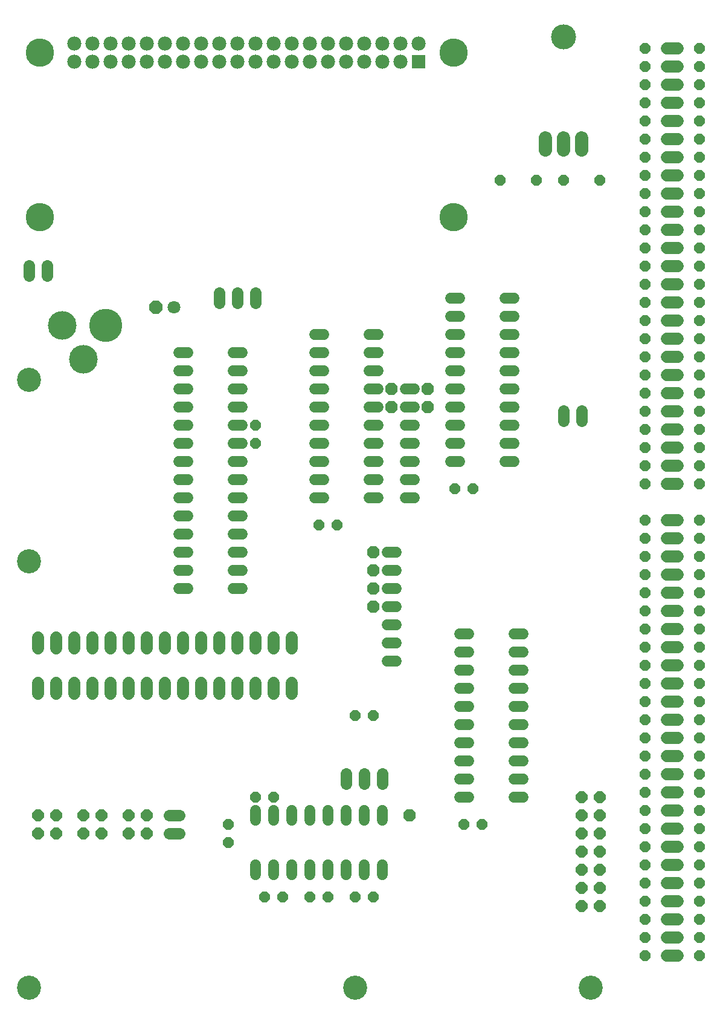
<source format=gbs>
G75*
%MOIN*%
%OFA0B0*%
%FSLAX25Y25*%
%IPPOS*%
%LPD*%
%AMOC8*
5,1,8,0,0,1.08239X$1,22.5*
%
%ADD10C,0.13300*%
%ADD11C,0.06800*%
%ADD12C,0.07400*%
%ADD13C,0.13800*%
%ADD14OC8,0.06000*%
%ADD15OC8,0.06050*%
%ADD16OC8,0.06400*%
%ADD17C,0.06000*%
%ADD18R,0.07800X0.07800*%
%ADD19C,0.07800*%
%ADD20C,0.15627*%
%ADD21C,0.06400*%
%ADD22C,0.18300*%
%ADD23C,0.15800*%
%ADD24OC8,0.07100*%
%ADD25C,0.07100*%
%ADD26OC8,0.06800*%
D10*
X0021300Y0016300D03*
X0021300Y0251300D03*
X0021300Y0351300D03*
X0201300Y0016300D03*
X0331300Y0016300D03*
D11*
X0373300Y0033800D02*
X0379300Y0033800D01*
X0379300Y0043800D02*
X0373300Y0043800D01*
X0373300Y0053800D02*
X0379300Y0053800D01*
X0379300Y0063800D02*
X0373300Y0063800D01*
X0373300Y0073800D02*
X0379300Y0073800D01*
X0379300Y0083800D02*
X0373300Y0083800D01*
X0373300Y0093800D02*
X0379300Y0093800D01*
X0379300Y0103800D02*
X0373300Y0103800D01*
X0373300Y0113800D02*
X0379300Y0113800D01*
X0379300Y0123800D02*
X0373300Y0123800D01*
X0373300Y0133800D02*
X0379300Y0133800D01*
X0379300Y0143800D02*
X0373300Y0143800D01*
X0373300Y0153800D02*
X0379300Y0153800D01*
X0379300Y0163800D02*
X0373300Y0163800D01*
X0373300Y0173800D02*
X0379300Y0173800D01*
X0379300Y0183800D02*
X0373300Y0183800D01*
X0373300Y0193800D02*
X0379300Y0193800D01*
X0379300Y0203800D02*
X0373300Y0203800D01*
X0373300Y0213800D02*
X0379300Y0213800D01*
X0379300Y0223800D02*
X0373300Y0223800D01*
X0373300Y0233800D02*
X0379300Y0233800D01*
X0379300Y0243800D02*
X0373300Y0243800D01*
X0373300Y0253800D02*
X0379300Y0253800D01*
X0379300Y0263800D02*
X0373300Y0263800D01*
X0373300Y0273800D02*
X0379300Y0273800D01*
X0379300Y0293800D02*
X0373300Y0293800D01*
X0373300Y0303800D02*
X0379300Y0303800D01*
X0379300Y0313800D02*
X0373300Y0313800D01*
X0373300Y0323800D02*
X0379300Y0323800D01*
X0379300Y0333800D02*
X0373300Y0333800D01*
X0373300Y0343800D02*
X0379300Y0343800D01*
X0379300Y0353800D02*
X0373300Y0353800D01*
X0373300Y0363800D02*
X0379300Y0363800D01*
X0379300Y0373800D02*
X0373300Y0373800D01*
X0373300Y0383800D02*
X0379300Y0383800D01*
X0379300Y0393800D02*
X0373300Y0393800D01*
X0373300Y0403800D02*
X0379300Y0403800D01*
X0379300Y0413800D02*
X0373300Y0413800D01*
X0373300Y0423800D02*
X0379300Y0423800D01*
X0379300Y0433800D02*
X0373300Y0433800D01*
X0373300Y0443800D02*
X0379300Y0443800D01*
X0379300Y0453800D02*
X0373300Y0453800D01*
X0373300Y0463800D02*
X0379300Y0463800D01*
X0379300Y0473800D02*
X0373300Y0473800D01*
X0373300Y0483800D02*
X0379300Y0483800D01*
X0379300Y0493800D02*
X0373300Y0493800D01*
X0373300Y0503800D02*
X0379300Y0503800D01*
X0379300Y0513800D02*
X0373300Y0513800D01*
X0373300Y0523800D02*
X0379300Y0523800D01*
X0379300Y0533800D02*
X0373300Y0533800D01*
X0166300Y0209300D02*
X0166300Y0203300D01*
X0156300Y0203300D02*
X0156300Y0209300D01*
X0146300Y0209300D02*
X0146300Y0203300D01*
X0136300Y0203300D02*
X0136300Y0209300D01*
X0126300Y0209300D02*
X0126300Y0203300D01*
X0116300Y0203300D02*
X0116300Y0209300D01*
X0106300Y0209300D02*
X0106300Y0203300D01*
X0096300Y0203300D02*
X0096300Y0209300D01*
X0086300Y0209300D02*
X0086300Y0203300D01*
X0076300Y0203300D02*
X0076300Y0209300D01*
X0066300Y0209300D02*
X0066300Y0203300D01*
X0056300Y0203300D02*
X0056300Y0209300D01*
X0046300Y0209300D02*
X0046300Y0203300D01*
X0036300Y0203300D02*
X0036300Y0209300D01*
X0026300Y0209300D02*
X0026300Y0203300D01*
X0026300Y0184300D02*
X0026300Y0178300D01*
X0036300Y0178300D02*
X0036300Y0184300D01*
X0046300Y0184300D02*
X0046300Y0178300D01*
X0056300Y0178300D02*
X0056300Y0184300D01*
X0066300Y0184300D02*
X0066300Y0178300D01*
X0076300Y0178300D02*
X0076300Y0184300D01*
X0086300Y0184300D02*
X0086300Y0178300D01*
X0096300Y0178300D02*
X0096300Y0184300D01*
X0106300Y0184300D02*
X0106300Y0178300D01*
X0116300Y0178300D02*
X0116300Y0184300D01*
X0126300Y0184300D02*
X0126300Y0178300D01*
X0136300Y0178300D02*
X0136300Y0184300D01*
X0146300Y0184300D02*
X0146300Y0178300D01*
X0156300Y0178300D02*
X0156300Y0184300D01*
X0166300Y0184300D02*
X0166300Y0178300D01*
D12*
X0306300Y0478000D02*
X0306300Y0484600D01*
X0316300Y0484600D02*
X0316300Y0478000D01*
X0326300Y0478000D02*
X0326300Y0484600D01*
D13*
X0316300Y0540300D03*
D14*
X0316300Y0461300D03*
X0301300Y0461300D03*
X0281300Y0461300D03*
X0336300Y0461300D03*
X0266300Y0291300D03*
X0256300Y0291300D03*
X0191300Y0271300D03*
X0181300Y0271300D03*
X0146300Y0316300D03*
X0146300Y0326300D03*
X0201300Y0166300D03*
X0211300Y0166300D03*
X0261300Y0106300D03*
X0271300Y0106300D03*
X0211300Y0066300D03*
X0201300Y0066300D03*
X0186300Y0066300D03*
X0176300Y0066300D03*
X0161300Y0066300D03*
X0151300Y0066300D03*
X0131300Y0096300D03*
X0131300Y0106300D03*
X0146300Y0121300D03*
X0156300Y0121300D03*
D15*
X0361300Y0123800D03*
X0361300Y0133800D03*
X0361300Y0143800D03*
X0361300Y0153800D03*
X0361300Y0163800D03*
X0361300Y0173800D03*
X0361300Y0183800D03*
X0361300Y0193800D03*
X0361300Y0203800D03*
X0361300Y0213800D03*
X0361300Y0223800D03*
X0361300Y0233800D03*
X0361300Y0243800D03*
X0361300Y0253800D03*
X0361300Y0263800D03*
X0361300Y0273800D03*
X0361300Y0293800D03*
X0361300Y0303800D03*
X0361300Y0313800D03*
X0361300Y0323800D03*
X0361300Y0333800D03*
X0361300Y0343800D03*
X0361300Y0353800D03*
X0361300Y0363800D03*
X0361300Y0373800D03*
X0361300Y0383800D03*
X0361300Y0393800D03*
X0361300Y0403800D03*
X0361300Y0413800D03*
X0361300Y0423800D03*
X0361300Y0433800D03*
X0361300Y0443800D03*
X0361300Y0453800D03*
X0361300Y0463800D03*
X0361300Y0473800D03*
X0361300Y0483800D03*
X0361300Y0493800D03*
X0361300Y0503800D03*
X0361300Y0513800D03*
X0361300Y0523800D03*
X0361300Y0533800D03*
X0391300Y0533800D03*
X0391300Y0523800D03*
X0391300Y0513800D03*
X0391300Y0503800D03*
X0391300Y0493800D03*
X0391300Y0483800D03*
X0391300Y0473800D03*
X0391300Y0463800D03*
X0391300Y0453800D03*
X0391300Y0443800D03*
X0391300Y0433800D03*
X0391300Y0423800D03*
X0391300Y0413800D03*
X0391300Y0403800D03*
X0391300Y0393800D03*
X0391300Y0383800D03*
X0391300Y0373800D03*
X0391300Y0363800D03*
X0391300Y0353800D03*
X0391300Y0343800D03*
X0391300Y0333800D03*
X0391300Y0323800D03*
X0391300Y0313800D03*
X0391300Y0303800D03*
X0391300Y0293800D03*
X0391300Y0273800D03*
X0391300Y0263800D03*
X0391300Y0253800D03*
X0391300Y0243800D03*
X0391300Y0233800D03*
X0391300Y0223800D03*
X0391300Y0213800D03*
X0391300Y0203800D03*
X0391300Y0193800D03*
X0391300Y0183800D03*
X0391300Y0173800D03*
X0391300Y0163800D03*
X0391300Y0153800D03*
X0391300Y0143800D03*
X0391300Y0133800D03*
X0391300Y0123800D03*
X0391300Y0113800D03*
X0391300Y0103800D03*
X0391300Y0093800D03*
X0391300Y0083800D03*
X0391300Y0073800D03*
X0391300Y0063800D03*
X0391300Y0053800D03*
X0391300Y0043800D03*
X0391300Y0033800D03*
X0361300Y0033800D03*
X0361300Y0043800D03*
X0361300Y0053800D03*
X0361300Y0063800D03*
X0361300Y0073800D03*
X0361300Y0083800D03*
X0361300Y0093800D03*
X0361300Y0103800D03*
X0361300Y0113800D03*
D16*
X0336300Y0111300D03*
X0336300Y0101300D03*
X0336300Y0091300D03*
X0336300Y0081300D03*
X0336300Y0071300D03*
X0336300Y0061300D03*
X0326300Y0061300D03*
X0326300Y0071300D03*
X0326300Y0081300D03*
X0326300Y0091300D03*
X0326300Y0101300D03*
X0326300Y0111300D03*
X0326300Y0121300D03*
X0336300Y0121300D03*
X0086300Y0111300D03*
X0086300Y0101300D03*
X0076300Y0101300D03*
X0076300Y0111300D03*
X0061300Y0111300D03*
X0061300Y0101300D03*
X0051300Y0101300D03*
X0051300Y0111300D03*
X0036300Y0111300D03*
X0036300Y0101300D03*
X0026300Y0101300D03*
X0026300Y0111300D03*
D17*
X0103700Y0236300D02*
X0108900Y0236300D01*
X0108900Y0246300D02*
X0103700Y0246300D01*
X0103700Y0256300D02*
X0108900Y0256300D01*
X0108900Y0266300D02*
X0103700Y0266300D01*
X0103700Y0276300D02*
X0108900Y0276300D01*
X0108900Y0286300D02*
X0103700Y0286300D01*
X0103700Y0296300D02*
X0108900Y0296300D01*
X0108900Y0306300D02*
X0103700Y0306300D01*
X0103700Y0316300D02*
X0108900Y0316300D01*
X0108900Y0326300D02*
X0103700Y0326300D01*
X0103700Y0336300D02*
X0108900Y0336300D01*
X0108900Y0346300D02*
X0103700Y0346300D01*
X0103700Y0356300D02*
X0108900Y0356300D01*
X0108900Y0366300D02*
X0103700Y0366300D01*
X0133700Y0366300D02*
X0138900Y0366300D01*
X0138900Y0356300D02*
X0133700Y0356300D01*
X0133700Y0346300D02*
X0138900Y0346300D01*
X0138900Y0336300D02*
X0133700Y0336300D01*
X0133700Y0326300D02*
X0138900Y0326300D01*
X0138900Y0316300D02*
X0133700Y0316300D01*
X0133700Y0306300D02*
X0138900Y0306300D01*
X0138900Y0296300D02*
X0133700Y0296300D01*
X0133700Y0286300D02*
X0138900Y0286300D01*
X0138900Y0276300D02*
X0133700Y0276300D01*
X0133700Y0266300D02*
X0138900Y0266300D01*
X0138900Y0256300D02*
X0133700Y0256300D01*
X0133700Y0246300D02*
X0138900Y0246300D01*
X0138900Y0236300D02*
X0133700Y0236300D01*
X0178700Y0286300D02*
X0183900Y0286300D01*
X0183900Y0296300D02*
X0178700Y0296300D01*
X0178700Y0306300D02*
X0183900Y0306300D01*
X0183900Y0316300D02*
X0178700Y0316300D01*
X0178700Y0326300D02*
X0183900Y0326300D01*
X0183900Y0336300D02*
X0178700Y0336300D01*
X0178700Y0346300D02*
X0183900Y0346300D01*
X0183900Y0356300D02*
X0178700Y0356300D01*
X0178700Y0366300D02*
X0183900Y0366300D01*
X0183900Y0376300D02*
X0178700Y0376300D01*
X0208700Y0376300D02*
X0213900Y0376300D01*
X0213900Y0366300D02*
X0208700Y0366300D01*
X0208700Y0356300D02*
X0213900Y0356300D01*
X0213900Y0346300D02*
X0208700Y0346300D01*
X0208700Y0336300D02*
X0213900Y0336300D01*
X0213900Y0326300D02*
X0208700Y0326300D01*
X0208700Y0316300D02*
X0213900Y0316300D01*
X0213900Y0306300D02*
X0208700Y0306300D01*
X0208700Y0296300D02*
X0213900Y0296300D01*
X0213900Y0286300D02*
X0208700Y0286300D01*
X0228700Y0286300D02*
X0233900Y0286300D01*
X0233900Y0296300D02*
X0228700Y0296300D01*
X0228700Y0306300D02*
X0233900Y0306300D01*
X0233900Y0316300D02*
X0228700Y0316300D01*
X0228700Y0326300D02*
X0233900Y0326300D01*
X0233900Y0336300D02*
X0228700Y0336300D01*
X0228700Y0346300D02*
X0233900Y0346300D01*
X0253700Y0346300D02*
X0258900Y0346300D01*
X0258900Y0336300D02*
X0253700Y0336300D01*
X0253700Y0326300D02*
X0258900Y0326300D01*
X0258900Y0316300D02*
X0253700Y0316300D01*
X0253700Y0306300D02*
X0258900Y0306300D01*
X0283700Y0306300D02*
X0288900Y0306300D01*
X0288900Y0316300D02*
X0283700Y0316300D01*
X0283700Y0326300D02*
X0288900Y0326300D01*
X0288900Y0336300D02*
X0283700Y0336300D01*
X0283700Y0346300D02*
X0288900Y0346300D01*
X0288900Y0356300D02*
X0283700Y0356300D01*
X0283700Y0366300D02*
X0288900Y0366300D01*
X0288900Y0376300D02*
X0283700Y0376300D01*
X0283700Y0386300D02*
X0288900Y0386300D01*
X0288900Y0396300D02*
X0283700Y0396300D01*
X0258900Y0396300D02*
X0253700Y0396300D01*
X0253700Y0386300D02*
X0258900Y0386300D01*
X0258900Y0376300D02*
X0253700Y0376300D01*
X0253700Y0366300D02*
X0258900Y0366300D01*
X0258900Y0356300D02*
X0253700Y0356300D01*
X0223900Y0256300D02*
X0218700Y0256300D01*
X0218700Y0246300D02*
X0223900Y0246300D01*
X0223900Y0236300D02*
X0218700Y0236300D01*
X0218700Y0226300D02*
X0223900Y0226300D01*
X0223900Y0216300D02*
X0218700Y0216300D01*
X0218700Y0206300D02*
X0223900Y0206300D01*
X0223900Y0196300D02*
X0218700Y0196300D01*
X0258700Y0191300D02*
X0263900Y0191300D01*
X0263900Y0201300D02*
X0258700Y0201300D01*
X0258700Y0211300D02*
X0263900Y0211300D01*
X0263900Y0181300D02*
X0258700Y0181300D01*
X0258700Y0171300D02*
X0263900Y0171300D01*
X0263900Y0161300D02*
X0258700Y0161300D01*
X0258700Y0151300D02*
X0263900Y0151300D01*
X0263900Y0141300D02*
X0258700Y0141300D01*
X0258700Y0131300D02*
X0263900Y0131300D01*
X0263900Y0121300D02*
X0258700Y0121300D01*
X0288700Y0121300D02*
X0293900Y0121300D01*
X0293900Y0131300D02*
X0288700Y0131300D01*
X0288700Y0141300D02*
X0293900Y0141300D01*
X0293900Y0151300D02*
X0288700Y0151300D01*
X0288700Y0161300D02*
X0293900Y0161300D01*
X0293900Y0171300D02*
X0288700Y0171300D01*
X0288700Y0181300D02*
X0293900Y0181300D01*
X0293900Y0191300D02*
X0288700Y0191300D01*
X0288700Y0201300D02*
X0293900Y0201300D01*
X0293900Y0211300D02*
X0288700Y0211300D01*
X0216300Y0113900D02*
X0216300Y0108700D01*
X0206300Y0108700D02*
X0206300Y0113900D01*
X0196300Y0113900D02*
X0196300Y0108700D01*
X0186300Y0108700D02*
X0186300Y0113900D01*
X0176300Y0113900D02*
X0176300Y0108700D01*
X0166300Y0108700D02*
X0166300Y0113900D01*
X0156300Y0113900D02*
X0156300Y0108700D01*
X0146300Y0108700D02*
X0146300Y0113900D01*
X0146300Y0083900D02*
X0146300Y0078700D01*
X0156300Y0078700D02*
X0156300Y0083900D01*
X0166300Y0083900D02*
X0166300Y0078700D01*
X0176300Y0078700D02*
X0176300Y0083900D01*
X0186300Y0083900D02*
X0186300Y0078700D01*
X0196300Y0078700D02*
X0196300Y0083900D01*
X0206300Y0083900D02*
X0206300Y0078700D01*
X0216300Y0078700D02*
X0216300Y0083900D01*
D18*
X0236300Y0526576D03*
D19*
X0236300Y0536576D03*
X0226300Y0536576D03*
X0226300Y0526576D03*
X0216300Y0526576D03*
X0216300Y0536576D03*
X0206300Y0536576D03*
X0206300Y0526576D03*
X0196300Y0526576D03*
X0196300Y0536576D03*
X0186300Y0536576D03*
X0186300Y0526576D03*
X0176300Y0526576D03*
X0176300Y0536576D03*
X0166300Y0536576D03*
X0166300Y0526576D03*
X0156300Y0526576D03*
X0156300Y0536576D03*
X0146300Y0536576D03*
X0146300Y0526576D03*
X0136300Y0526576D03*
X0136300Y0536576D03*
X0126300Y0536576D03*
X0126300Y0526576D03*
X0116300Y0526576D03*
X0116300Y0536576D03*
X0106300Y0536576D03*
X0106300Y0526576D03*
X0096300Y0526576D03*
X0096300Y0536576D03*
X0086300Y0536576D03*
X0086300Y0526576D03*
X0076300Y0526576D03*
X0076300Y0536576D03*
X0066300Y0536576D03*
X0066300Y0526576D03*
X0056300Y0526576D03*
X0056300Y0536576D03*
X0046300Y0536576D03*
X0046300Y0526576D03*
D20*
X0027127Y0531576D03*
X0027127Y0441024D03*
X0255473Y0441024D03*
X0255473Y0531576D03*
D21*
X0146300Y0399100D02*
X0146300Y0393500D01*
X0136300Y0393500D02*
X0136300Y0399100D01*
X0126300Y0399100D02*
X0126300Y0393500D01*
X0031300Y0408500D02*
X0031300Y0414100D01*
X0021300Y0414100D02*
X0021300Y0408500D01*
X0196300Y0134100D02*
X0196300Y0128500D01*
X0206300Y0128500D02*
X0206300Y0134100D01*
X0216300Y0134100D02*
X0216300Y0128500D01*
X0104100Y0111300D02*
X0098500Y0111300D01*
X0098500Y0101300D02*
X0104100Y0101300D01*
X0316300Y0328500D02*
X0316300Y0334100D01*
X0326300Y0334100D02*
X0326300Y0328500D01*
D22*
X0063505Y0381300D03*
D23*
X0051300Y0362402D03*
X0039489Y0381300D03*
D24*
X0091300Y0391300D03*
D25*
X0101300Y0391300D03*
D26*
X0211300Y0256300D03*
X0211300Y0246300D03*
X0211300Y0236300D03*
X0211300Y0226300D03*
X0221300Y0336300D03*
X0221300Y0346300D03*
X0241300Y0346300D03*
X0241300Y0336300D03*
X0231300Y0111300D03*
M02*

</source>
